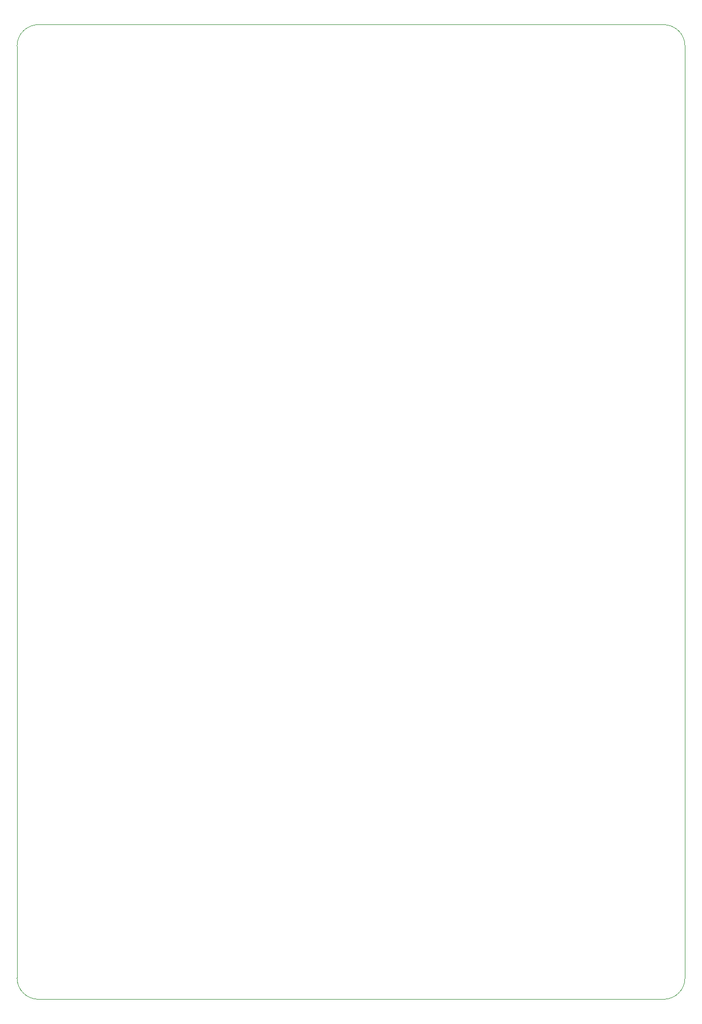
<source format=gm1>
G04 #@! TF.GenerationSoftware,KiCad,Pcbnew,8.0.1-8.0.1-1~ubuntu22.04.1*
G04 #@! TF.CreationDate,2024-04-29T17:17:20+02:00*
G04 #@! TF.ProjectId,0xaxe,30786178-652e-46b6-9963-61645f706362,302*
G04 #@! TF.SameCoordinates,Original*
G04 #@! TF.FileFunction,Profile,NP*
%FSLAX46Y46*%
G04 Gerber Fmt 4.6, Leading zero omitted, Abs format (unit mm)*
G04 Created by KiCad (PCBNEW 8.0.1-8.0.1-1~ubuntu22.04.1) date 2024-04-29 17:17:20*
%MOMM*%
%LPD*%
G01*
G04 APERTURE LIST*
G04 #@! TA.AperFunction,Profile*
%ADD10C,0.100000*%
G04 #@! TD*
G04 APERTURE END LIST*
D10*
X39498572Y-26200000D02*
X39500000Y-178200000D01*
X148500000Y-178200000D02*
G75*
G02*
X145000000Y-181700000I-3500000J0D01*
G01*
X43000000Y-181700000D02*
G75*
G02*
X39500000Y-178200000I0J3500000D01*
G01*
X145000000Y-22700000D02*
G75*
G02*
X148500000Y-26200000I0J-3500000D01*
G01*
X39498572Y-26200000D02*
G75*
G02*
X43100000Y-22700000I3501428J0D01*
G01*
X43000000Y-181700000D02*
X145000000Y-181700000D01*
X145000000Y-22700000D02*
X43100000Y-22700000D01*
X148500000Y-26200000D02*
X148500000Y-178200000D01*
M02*

</source>
